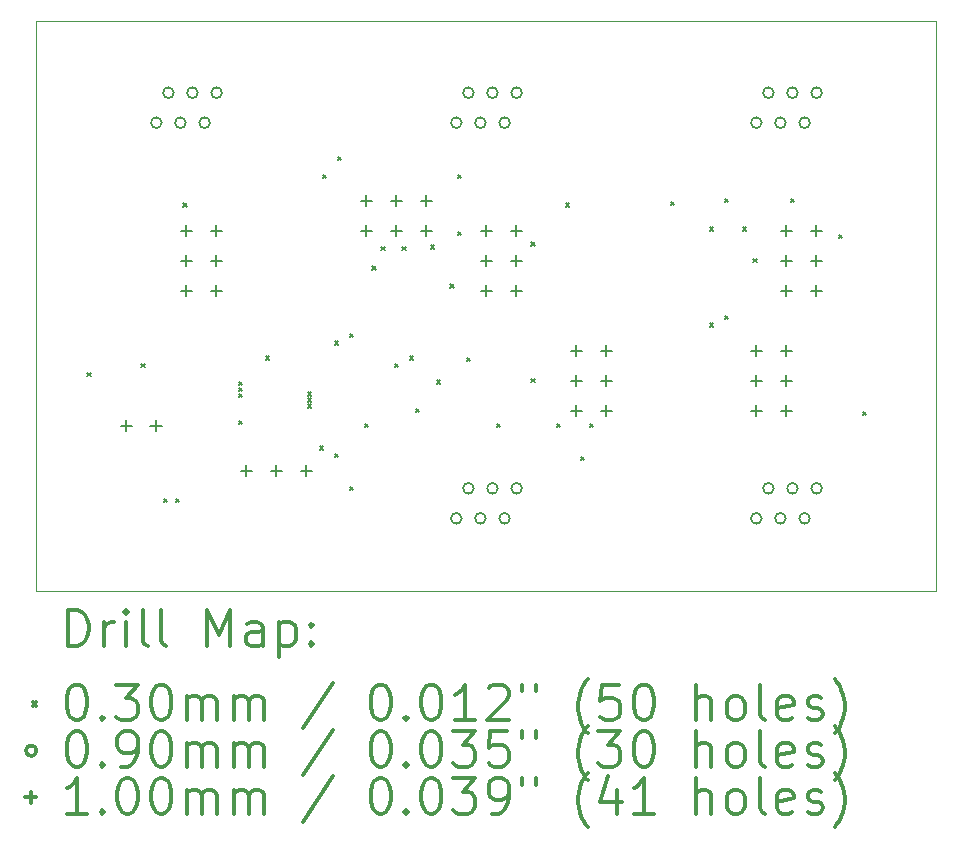
<source format=gbr>
%FSLAX45Y45*%
G04 Gerber Fmt 4.5, Leading zero omitted, Abs format (unit mm)*
G04 Created by KiCad (PCBNEW 4.0.4-stable) date 01/17/17 23:30:22*
%MOMM*%
%LPD*%
G01*
G04 APERTURE LIST*
%ADD10C,0.127000*%
%ADD11C,0.005000*%
%ADD12C,0.200000*%
%ADD13C,0.300000*%
G04 APERTURE END LIST*
D10*
D11*
X7620000Y-4826000D02*
X0Y-4826000D01*
X7620000Y0D02*
X0Y0D01*
X7620000Y0D02*
X7620000Y-4826000D01*
X0Y0D02*
X0Y-4826000D01*
D12*
X429500Y-2982200D02*
X459500Y-3012200D01*
X459500Y-2982200D02*
X429500Y-3012200D01*
X886700Y-2906000D02*
X916700Y-2936000D01*
X916700Y-2906000D02*
X886700Y-2936000D01*
X1077200Y-4049000D02*
X1107200Y-4079000D01*
X1107200Y-4049000D02*
X1077200Y-4079000D01*
X1178800Y-4049000D02*
X1208800Y-4079000D01*
X1208800Y-4049000D02*
X1178800Y-4079000D01*
X1242300Y-1547100D02*
X1272300Y-1577100D01*
X1272300Y-1547100D02*
X1242300Y-1577100D01*
X1712200Y-3058400D02*
X1742200Y-3088400D01*
X1742200Y-3058400D02*
X1712200Y-3088400D01*
X1712200Y-3109200D02*
X1742200Y-3139200D01*
X1742200Y-3109200D02*
X1712200Y-3139200D01*
X1712200Y-3160000D02*
X1742200Y-3190000D01*
X1742200Y-3160000D02*
X1712200Y-3190000D01*
X1712200Y-3388600D02*
X1742200Y-3418600D01*
X1742200Y-3388600D02*
X1712200Y-3418600D01*
X1940800Y-2842500D02*
X1970800Y-2872500D01*
X1970800Y-2842500D02*
X1940800Y-2872500D01*
X2296400Y-3147300D02*
X2326400Y-3177300D01*
X2326400Y-3147300D02*
X2296400Y-3177300D01*
X2296400Y-3198100D02*
X2326400Y-3228100D01*
X2326400Y-3198100D02*
X2296400Y-3228100D01*
X2296400Y-3248900D02*
X2326400Y-3278900D01*
X2326400Y-3248900D02*
X2296400Y-3278900D01*
X2398000Y-3604500D02*
X2428000Y-3634500D01*
X2428000Y-3604500D02*
X2398000Y-3634500D01*
X2423400Y-1305800D02*
X2453400Y-1335800D01*
X2453400Y-1305800D02*
X2423400Y-1335800D01*
X2525000Y-2715500D02*
X2555000Y-2745500D01*
X2555000Y-2715500D02*
X2525000Y-2745500D01*
X2525000Y-3668000D02*
X2555000Y-3698000D01*
X2555000Y-3668000D02*
X2525000Y-3698000D01*
X2550400Y-1153400D02*
X2580400Y-1183400D01*
X2580400Y-1153400D02*
X2550400Y-1183400D01*
X2652000Y-2652000D02*
X2682000Y-2682000D01*
X2682000Y-2652000D02*
X2652000Y-2682000D01*
X2652000Y-3947400D02*
X2682000Y-3977400D01*
X2682000Y-3947400D02*
X2652000Y-3977400D01*
X2779000Y-3414000D02*
X2809000Y-3444000D01*
X2809000Y-3414000D02*
X2779000Y-3444000D01*
X2842500Y-2080500D02*
X2872500Y-2110500D01*
X2872500Y-2080500D02*
X2842500Y-2110500D01*
X2918700Y-1915400D02*
X2948700Y-1945400D01*
X2948700Y-1915400D02*
X2918700Y-1945400D01*
X3033000Y-2906000D02*
X3063000Y-2936000D01*
X3063000Y-2906000D02*
X3033000Y-2936000D01*
X3096500Y-1915400D02*
X3126500Y-1945400D01*
X3126500Y-1915400D02*
X3096500Y-1945400D01*
X3160000Y-2842500D02*
X3190000Y-2872500D01*
X3190000Y-2842500D02*
X3160000Y-2872500D01*
X3210800Y-3287000D02*
X3240800Y-3317000D01*
X3240800Y-3287000D02*
X3210800Y-3317000D01*
X3337800Y-1902700D02*
X3367800Y-1932700D01*
X3367800Y-1902700D02*
X3337800Y-1932700D01*
X3388600Y-3045700D02*
X3418600Y-3075700D01*
X3418600Y-3045700D02*
X3388600Y-3075700D01*
X3502900Y-2232900D02*
X3532900Y-2262900D01*
X3532900Y-2232900D02*
X3502900Y-2262900D01*
X3566400Y-1305800D02*
X3596400Y-1335800D01*
X3596400Y-1305800D02*
X3566400Y-1335800D01*
X3566400Y-1788400D02*
X3596400Y-1818400D01*
X3596400Y-1788400D02*
X3566400Y-1818400D01*
X3642600Y-2855200D02*
X3672600Y-2885200D01*
X3672600Y-2855200D02*
X3642600Y-2885200D01*
X3896600Y-3414000D02*
X3926600Y-3444000D01*
X3926600Y-3414000D02*
X3896600Y-3444000D01*
X4188700Y-1877300D02*
X4218700Y-1907300D01*
X4218700Y-1877300D02*
X4188700Y-1907300D01*
X4188700Y-3033000D02*
X4218700Y-3063000D01*
X4218700Y-3033000D02*
X4188700Y-3063000D01*
X4404600Y-3414000D02*
X4434600Y-3444000D01*
X4434600Y-3414000D02*
X4404600Y-3444000D01*
X4480800Y-1547100D02*
X4510800Y-1577100D01*
X4510800Y-1547100D02*
X4480800Y-1577100D01*
X4607800Y-3693400D02*
X4637800Y-3723400D01*
X4637800Y-3693400D02*
X4607800Y-3723400D01*
X4684000Y-3414000D02*
X4714000Y-3444000D01*
X4714000Y-3414000D02*
X4684000Y-3444000D01*
X5369800Y-1534400D02*
X5399800Y-1564400D01*
X5399800Y-1534400D02*
X5369800Y-1564400D01*
X5700000Y-1750300D02*
X5730000Y-1780300D01*
X5730000Y-1750300D02*
X5700000Y-1780300D01*
X5700000Y-2563100D02*
X5730000Y-2593100D01*
X5730000Y-2563100D02*
X5700000Y-2593100D01*
X5827000Y-1509000D02*
X5857000Y-1539000D01*
X5857000Y-1509000D02*
X5827000Y-1539000D01*
X5827000Y-2499600D02*
X5857000Y-2529600D01*
X5857000Y-2499600D02*
X5827000Y-2529600D01*
X5979400Y-1750300D02*
X6009400Y-1780300D01*
X6009400Y-1750300D02*
X5979400Y-1780300D01*
X6068300Y-2017000D02*
X6098300Y-2047000D01*
X6098300Y-2017000D02*
X6068300Y-2047000D01*
X6385800Y-1509000D02*
X6415800Y-1539000D01*
X6415800Y-1509000D02*
X6385800Y-1539000D01*
X6792200Y-1813800D02*
X6822200Y-1843800D01*
X6822200Y-1813800D02*
X6792200Y-1843800D01*
X6995400Y-3312400D02*
X7025400Y-3342400D01*
X7025400Y-3312400D02*
X6995400Y-3342400D01*
X1060000Y-865000D02*
G75*
G03X1060000Y-865000I-45000J0D01*
G01*
X1162000Y-611000D02*
G75*
G03X1162000Y-611000I-45000J0D01*
G01*
X1264000Y-865000D02*
G75*
G03X1264000Y-865000I-45000J0D01*
G01*
X1366000Y-611000D02*
G75*
G03X1366000Y-611000I-45000J0D01*
G01*
X1468000Y-865000D02*
G75*
G03X1468000Y-865000I-45000J0D01*
G01*
X1570000Y-611000D02*
G75*
G03X1570000Y-611000I-45000J0D01*
G01*
X3600000Y-865000D02*
G75*
G03X3600000Y-865000I-45000J0D01*
G01*
X3600000Y-4215000D02*
G75*
G03X3600000Y-4215000I-45000J0D01*
G01*
X3702000Y-611000D02*
G75*
G03X3702000Y-611000I-45000J0D01*
G01*
X3702000Y-3961000D02*
G75*
G03X3702000Y-3961000I-45000J0D01*
G01*
X3804000Y-865000D02*
G75*
G03X3804000Y-865000I-45000J0D01*
G01*
X3804000Y-4215000D02*
G75*
G03X3804000Y-4215000I-45000J0D01*
G01*
X3906000Y-611000D02*
G75*
G03X3906000Y-611000I-45000J0D01*
G01*
X3906000Y-3961000D02*
G75*
G03X3906000Y-3961000I-45000J0D01*
G01*
X4008000Y-865000D02*
G75*
G03X4008000Y-865000I-45000J0D01*
G01*
X4008000Y-4215000D02*
G75*
G03X4008000Y-4215000I-45000J0D01*
G01*
X4110000Y-611000D02*
G75*
G03X4110000Y-611000I-45000J0D01*
G01*
X4110000Y-3961000D02*
G75*
G03X4110000Y-3961000I-45000J0D01*
G01*
X6140000Y-865000D02*
G75*
G03X6140000Y-865000I-45000J0D01*
G01*
X6140000Y-4215000D02*
G75*
G03X6140000Y-4215000I-45000J0D01*
G01*
X6242000Y-611000D02*
G75*
G03X6242000Y-611000I-45000J0D01*
G01*
X6242000Y-3961000D02*
G75*
G03X6242000Y-3961000I-45000J0D01*
G01*
X6344000Y-865000D02*
G75*
G03X6344000Y-865000I-45000J0D01*
G01*
X6344000Y-4215000D02*
G75*
G03X6344000Y-4215000I-45000J0D01*
G01*
X6446000Y-611000D02*
G75*
G03X6446000Y-611000I-45000J0D01*
G01*
X6446000Y-3961000D02*
G75*
G03X6446000Y-3961000I-45000J0D01*
G01*
X6548000Y-865000D02*
G75*
G03X6548000Y-865000I-45000J0D01*
G01*
X6548000Y-4215000D02*
G75*
G03X6548000Y-4215000I-45000J0D01*
G01*
X6650000Y-611000D02*
G75*
G03X6650000Y-611000I-45000J0D01*
G01*
X6650000Y-3961000D02*
G75*
G03X6650000Y-3961000I-45000J0D01*
G01*
X762000Y-3379000D02*
X762000Y-3479000D01*
X712000Y-3429000D02*
X812000Y-3429000D01*
X1012000Y-3379000D02*
X1012000Y-3479000D01*
X962000Y-3429000D02*
X1062000Y-3429000D01*
X1270000Y-1728000D02*
X1270000Y-1828000D01*
X1220000Y-1778000D02*
X1320000Y-1778000D01*
X1270000Y-1982000D02*
X1270000Y-2082000D01*
X1220000Y-2032000D02*
X1320000Y-2032000D01*
X1270000Y-2236000D02*
X1270000Y-2336000D01*
X1220000Y-2286000D02*
X1320000Y-2286000D01*
X1524000Y-1728000D02*
X1524000Y-1828000D01*
X1474000Y-1778000D02*
X1574000Y-1778000D01*
X1524000Y-1982000D02*
X1524000Y-2082000D01*
X1474000Y-2032000D02*
X1574000Y-2032000D01*
X1524000Y-2236000D02*
X1524000Y-2336000D01*
X1474000Y-2286000D02*
X1574000Y-2286000D01*
X1778000Y-3760000D02*
X1778000Y-3860000D01*
X1728000Y-3810000D02*
X1828000Y-3810000D01*
X2032000Y-3760000D02*
X2032000Y-3860000D01*
X1982000Y-3810000D02*
X2082000Y-3810000D01*
X2286000Y-3760000D02*
X2286000Y-3860000D01*
X2236000Y-3810000D02*
X2336000Y-3810000D01*
X2794000Y-1474000D02*
X2794000Y-1574000D01*
X2744000Y-1524000D02*
X2844000Y-1524000D01*
X2794000Y-1728000D02*
X2794000Y-1828000D01*
X2744000Y-1778000D02*
X2844000Y-1778000D01*
X3048000Y-1474000D02*
X3048000Y-1574000D01*
X2998000Y-1524000D02*
X3098000Y-1524000D01*
X3048000Y-1728000D02*
X3048000Y-1828000D01*
X2998000Y-1778000D02*
X3098000Y-1778000D01*
X3302000Y-1474000D02*
X3302000Y-1574000D01*
X3252000Y-1524000D02*
X3352000Y-1524000D01*
X3302000Y-1728000D02*
X3302000Y-1828000D01*
X3252000Y-1778000D02*
X3352000Y-1778000D01*
X3810000Y-1728000D02*
X3810000Y-1828000D01*
X3760000Y-1778000D02*
X3860000Y-1778000D01*
X3810000Y-1982000D02*
X3810000Y-2082000D01*
X3760000Y-2032000D02*
X3860000Y-2032000D01*
X3810000Y-2236000D02*
X3810000Y-2336000D01*
X3760000Y-2286000D02*
X3860000Y-2286000D01*
X4064000Y-1728000D02*
X4064000Y-1828000D01*
X4014000Y-1778000D02*
X4114000Y-1778000D01*
X4064000Y-1982000D02*
X4064000Y-2082000D01*
X4014000Y-2032000D02*
X4114000Y-2032000D01*
X4064000Y-2236000D02*
X4064000Y-2336000D01*
X4014000Y-2286000D02*
X4114000Y-2286000D01*
X4572000Y-2744000D02*
X4572000Y-2844000D01*
X4522000Y-2794000D02*
X4622000Y-2794000D01*
X4572000Y-2998000D02*
X4572000Y-3098000D01*
X4522000Y-3048000D02*
X4622000Y-3048000D01*
X4572000Y-3252000D02*
X4572000Y-3352000D01*
X4522000Y-3302000D02*
X4622000Y-3302000D01*
X4826000Y-2744000D02*
X4826000Y-2844000D01*
X4776000Y-2794000D02*
X4876000Y-2794000D01*
X4826000Y-2998000D02*
X4826000Y-3098000D01*
X4776000Y-3048000D02*
X4876000Y-3048000D01*
X4826000Y-3252000D02*
X4826000Y-3352000D01*
X4776000Y-3302000D02*
X4876000Y-3302000D01*
X6096000Y-2744000D02*
X6096000Y-2844000D01*
X6046000Y-2794000D02*
X6146000Y-2794000D01*
X6096000Y-2998000D02*
X6096000Y-3098000D01*
X6046000Y-3048000D02*
X6146000Y-3048000D01*
X6096000Y-3252000D02*
X6096000Y-3352000D01*
X6046000Y-3302000D02*
X6146000Y-3302000D01*
X6350000Y-1728000D02*
X6350000Y-1828000D01*
X6300000Y-1778000D02*
X6400000Y-1778000D01*
X6350000Y-1982000D02*
X6350000Y-2082000D01*
X6300000Y-2032000D02*
X6400000Y-2032000D01*
X6350000Y-2236000D02*
X6350000Y-2336000D01*
X6300000Y-2286000D02*
X6400000Y-2286000D01*
X6350000Y-2744000D02*
X6350000Y-2844000D01*
X6300000Y-2794000D02*
X6400000Y-2794000D01*
X6350000Y-2998000D02*
X6350000Y-3098000D01*
X6300000Y-3048000D02*
X6400000Y-3048000D01*
X6350000Y-3252000D02*
X6350000Y-3352000D01*
X6300000Y-3302000D02*
X6400000Y-3302000D01*
X6604000Y-1728000D02*
X6604000Y-1828000D01*
X6554000Y-1778000D02*
X6654000Y-1778000D01*
X6604000Y-1982000D02*
X6604000Y-2082000D01*
X6554000Y-2032000D02*
X6654000Y-2032000D01*
X6604000Y-2236000D02*
X6604000Y-2336000D01*
X6554000Y-2286000D02*
X6654000Y-2286000D01*
D13*
X271179Y-5291964D02*
X271179Y-4991964D01*
X342607Y-4991964D01*
X385464Y-5006250D01*
X414036Y-5034822D01*
X428321Y-5063393D01*
X442607Y-5120536D01*
X442607Y-5163393D01*
X428321Y-5220536D01*
X414036Y-5249107D01*
X385464Y-5277679D01*
X342607Y-5291964D01*
X271179Y-5291964D01*
X571179Y-5291964D02*
X571179Y-5091964D01*
X571179Y-5149107D02*
X585464Y-5120536D01*
X599750Y-5106250D01*
X628321Y-5091964D01*
X656893Y-5091964D01*
X756893Y-5291964D02*
X756893Y-5091964D01*
X756893Y-4991964D02*
X742607Y-5006250D01*
X756893Y-5020536D01*
X771178Y-5006250D01*
X756893Y-4991964D01*
X756893Y-5020536D01*
X942607Y-5291964D02*
X914036Y-5277679D01*
X899750Y-5249107D01*
X899750Y-4991964D01*
X1099750Y-5291964D02*
X1071179Y-5277679D01*
X1056893Y-5249107D01*
X1056893Y-4991964D01*
X1442607Y-5291964D02*
X1442607Y-4991964D01*
X1542607Y-5206250D01*
X1642607Y-4991964D01*
X1642607Y-5291964D01*
X1914036Y-5291964D02*
X1914036Y-5134822D01*
X1899750Y-5106250D01*
X1871178Y-5091964D01*
X1814036Y-5091964D01*
X1785464Y-5106250D01*
X1914036Y-5277679D02*
X1885464Y-5291964D01*
X1814036Y-5291964D01*
X1785464Y-5277679D01*
X1771178Y-5249107D01*
X1771178Y-5220536D01*
X1785464Y-5191964D01*
X1814036Y-5177679D01*
X1885464Y-5177679D01*
X1914036Y-5163393D01*
X2056893Y-5091964D02*
X2056893Y-5391964D01*
X2056893Y-5106250D02*
X2085464Y-5091964D01*
X2142607Y-5091964D01*
X2171179Y-5106250D01*
X2185464Y-5120536D01*
X2199750Y-5149107D01*
X2199750Y-5234822D01*
X2185464Y-5263393D01*
X2171179Y-5277679D01*
X2142607Y-5291964D01*
X2085464Y-5291964D01*
X2056893Y-5277679D01*
X2328321Y-5263393D02*
X2342607Y-5277679D01*
X2328321Y-5291964D01*
X2314036Y-5277679D01*
X2328321Y-5263393D01*
X2328321Y-5291964D01*
X2328321Y-5106250D02*
X2342607Y-5120536D01*
X2328321Y-5134822D01*
X2314036Y-5120536D01*
X2328321Y-5106250D01*
X2328321Y-5134822D01*
X-30250Y-5771250D02*
X-250Y-5801250D01*
X-250Y-5771250D02*
X-30250Y-5801250D01*
X328321Y-5621964D02*
X356893Y-5621964D01*
X385464Y-5636250D01*
X399750Y-5650536D01*
X414036Y-5679107D01*
X428321Y-5736250D01*
X428321Y-5807679D01*
X414036Y-5864821D01*
X399750Y-5893393D01*
X385464Y-5907679D01*
X356893Y-5921964D01*
X328321Y-5921964D01*
X299750Y-5907679D01*
X285464Y-5893393D01*
X271179Y-5864821D01*
X256893Y-5807679D01*
X256893Y-5736250D01*
X271179Y-5679107D01*
X285464Y-5650536D01*
X299750Y-5636250D01*
X328321Y-5621964D01*
X556893Y-5893393D02*
X571179Y-5907679D01*
X556893Y-5921964D01*
X542607Y-5907679D01*
X556893Y-5893393D01*
X556893Y-5921964D01*
X671178Y-5621964D02*
X856893Y-5621964D01*
X756893Y-5736250D01*
X799750Y-5736250D01*
X828321Y-5750536D01*
X842607Y-5764821D01*
X856893Y-5793393D01*
X856893Y-5864821D01*
X842607Y-5893393D01*
X828321Y-5907679D01*
X799750Y-5921964D01*
X714036Y-5921964D01*
X685464Y-5907679D01*
X671178Y-5893393D01*
X1042607Y-5621964D02*
X1071179Y-5621964D01*
X1099750Y-5636250D01*
X1114036Y-5650536D01*
X1128321Y-5679107D01*
X1142607Y-5736250D01*
X1142607Y-5807679D01*
X1128321Y-5864821D01*
X1114036Y-5893393D01*
X1099750Y-5907679D01*
X1071179Y-5921964D01*
X1042607Y-5921964D01*
X1014036Y-5907679D01*
X999750Y-5893393D01*
X985464Y-5864821D01*
X971178Y-5807679D01*
X971178Y-5736250D01*
X985464Y-5679107D01*
X999750Y-5650536D01*
X1014036Y-5636250D01*
X1042607Y-5621964D01*
X1271179Y-5921964D02*
X1271179Y-5721964D01*
X1271179Y-5750536D02*
X1285464Y-5736250D01*
X1314036Y-5721964D01*
X1356893Y-5721964D01*
X1385464Y-5736250D01*
X1399750Y-5764821D01*
X1399750Y-5921964D01*
X1399750Y-5764821D02*
X1414036Y-5736250D01*
X1442607Y-5721964D01*
X1485464Y-5721964D01*
X1514036Y-5736250D01*
X1528321Y-5764821D01*
X1528321Y-5921964D01*
X1671178Y-5921964D02*
X1671178Y-5721964D01*
X1671178Y-5750536D02*
X1685464Y-5736250D01*
X1714036Y-5721964D01*
X1756893Y-5721964D01*
X1785464Y-5736250D01*
X1799750Y-5764821D01*
X1799750Y-5921964D01*
X1799750Y-5764821D02*
X1814036Y-5736250D01*
X1842607Y-5721964D01*
X1885464Y-5721964D01*
X1914036Y-5736250D01*
X1928321Y-5764821D01*
X1928321Y-5921964D01*
X2514036Y-5607679D02*
X2256893Y-5993393D01*
X2899750Y-5621964D02*
X2928321Y-5621964D01*
X2956893Y-5636250D01*
X2971178Y-5650536D01*
X2985464Y-5679107D01*
X2999750Y-5736250D01*
X2999750Y-5807679D01*
X2985464Y-5864821D01*
X2971178Y-5893393D01*
X2956893Y-5907679D01*
X2928321Y-5921964D01*
X2899750Y-5921964D01*
X2871178Y-5907679D01*
X2856893Y-5893393D01*
X2842607Y-5864821D01*
X2828321Y-5807679D01*
X2828321Y-5736250D01*
X2842607Y-5679107D01*
X2856893Y-5650536D01*
X2871178Y-5636250D01*
X2899750Y-5621964D01*
X3128321Y-5893393D02*
X3142607Y-5907679D01*
X3128321Y-5921964D01*
X3114036Y-5907679D01*
X3128321Y-5893393D01*
X3128321Y-5921964D01*
X3328321Y-5621964D02*
X3356893Y-5621964D01*
X3385464Y-5636250D01*
X3399750Y-5650536D01*
X3414035Y-5679107D01*
X3428321Y-5736250D01*
X3428321Y-5807679D01*
X3414035Y-5864821D01*
X3399750Y-5893393D01*
X3385464Y-5907679D01*
X3356893Y-5921964D01*
X3328321Y-5921964D01*
X3299750Y-5907679D01*
X3285464Y-5893393D01*
X3271178Y-5864821D01*
X3256893Y-5807679D01*
X3256893Y-5736250D01*
X3271178Y-5679107D01*
X3285464Y-5650536D01*
X3299750Y-5636250D01*
X3328321Y-5621964D01*
X3714035Y-5921964D02*
X3542607Y-5921964D01*
X3628321Y-5921964D02*
X3628321Y-5621964D01*
X3599750Y-5664821D01*
X3571178Y-5693393D01*
X3542607Y-5707679D01*
X3828321Y-5650536D02*
X3842607Y-5636250D01*
X3871178Y-5621964D01*
X3942607Y-5621964D01*
X3971178Y-5636250D01*
X3985464Y-5650536D01*
X3999750Y-5679107D01*
X3999750Y-5707679D01*
X3985464Y-5750536D01*
X3814035Y-5921964D01*
X3999750Y-5921964D01*
X4114036Y-5621964D02*
X4114036Y-5679107D01*
X4228321Y-5621964D02*
X4228321Y-5679107D01*
X4671178Y-6036250D02*
X4656893Y-6021964D01*
X4628321Y-5979107D01*
X4614036Y-5950536D01*
X4599750Y-5907679D01*
X4585464Y-5836250D01*
X4585464Y-5779107D01*
X4599750Y-5707679D01*
X4614036Y-5664821D01*
X4628321Y-5636250D01*
X4656893Y-5593393D01*
X4671178Y-5579107D01*
X4928321Y-5621964D02*
X4785464Y-5621964D01*
X4771178Y-5764821D01*
X4785464Y-5750536D01*
X4814036Y-5736250D01*
X4885464Y-5736250D01*
X4914036Y-5750536D01*
X4928321Y-5764821D01*
X4942607Y-5793393D01*
X4942607Y-5864821D01*
X4928321Y-5893393D01*
X4914036Y-5907679D01*
X4885464Y-5921964D01*
X4814036Y-5921964D01*
X4785464Y-5907679D01*
X4771178Y-5893393D01*
X5128321Y-5621964D02*
X5156893Y-5621964D01*
X5185464Y-5636250D01*
X5199750Y-5650536D01*
X5214036Y-5679107D01*
X5228321Y-5736250D01*
X5228321Y-5807679D01*
X5214036Y-5864821D01*
X5199750Y-5893393D01*
X5185464Y-5907679D01*
X5156893Y-5921964D01*
X5128321Y-5921964D01*
X5099750Y-5907679D01*
X5085464Y-5893393D01*
X5071178Y-5864821D01*
X5056893Y-5807679D01*
X5056893Y-5736250D01*
X5071178Y-5679107D01*
X5085464Y-5650536D01*
X5099750Y-5636250D01*
X5128321Y-5621964D01*
X5585464Y-5921964D02*
X5585464Y-5621964D01*
X5714035Y-5921964D02*
X5714035Y-5764821D01*
X5699750Y-5736250D01*
X5671178Y-5721964D01*
X5628321Y-5721964D01*
X5599750Y-5736250D01*
X5585464Y-5750536D01*
X5899750Y-5921964D02*
X5871178Y-5907679D01*
X5856893Y-5893393D01*
X5842607Y-5864821D01*
X5842607Y-5779107D01*
X5856893Y-5750536D01*
X5871178Y-5736250D01*
X5899750Y-5721964D01*
X5942607Y-5721964D01*
X5971178Y-5736250D01*
X5985464Y-5750536D01*
X5999750Y-5779107D01*
X5999750Y-5864821D01*
X5985464Y-5893393D01*
X5971178Y-5907679D01*
X5942607Y-5921964D01*
X5899750Y-5921964D01*
X6171178Y-5921964D02*
X6142607Y-5907679D01*
X6128321Y-5879107D01*
X6128321Y-5621964D01*
X6399750Y-5907679D02*
X6371178Y-5921964D01*
X6314036Y-5921964D01*
X6285464Y-5907679D01*
X6271178Y-5879107D01*
X6271178Y-5764821D01*
X6285464Y-5736250D01*
X6314036Y-5721964D01*
X6371178Y-5721964D01*
X6399750Y-5736250D01*
X6414036Y-5764821D01*
X6414036Y-5793393D01*
X6271178Y-5821964D01*
X6528321Y-5907679D02*
X6556893Y-5921964D01*
X6614036Y-5921964D01*
X6642607Y-5907679D01*
X6656893Y-5879107D01*
X6656893Y-5864821D01*
X6642607Y-5836250D01*
X6614036Y-5821964D01*
X6571178Y-5821964D01*
X6542607Y-5807679D01*
X6528321Y-5779107D01*
X6528321Y-5764821D01*
X6542607Y-5736250D01*
X6571178Y-5721964D01*
X6614036Y-5721964D01*
X6642607Y-5736250D01*
X6756893Y-6036250D02*
X6771178Y-6021964D01*
X6799750Y-5979107D01*
X6814036Y-5950536D01*
X6828321Y-5907679D01*
X6842607Y-5836250D01*
X6842607Y-5779107D01*
X6828321Y-5707679D01*
X6814036Y-5664821D01*
X6799750Y-5636250D01*
X6771178Y-5593393D01*
X6756893Y-5579107D01*
X-250Y-6182250D02*
G75*
G03X-250Y-6182250I-45000J0D01*
G01*
X328321Y-6017964D02*
X356893Y-6017964D01*
X385464Y-6032250D01*
X399750Y-6046536D01*
X414036Y-6075107D01*
X428321Y-6132250D01*
X428321Y-6203679D01*
X414036Y-6260821D01*
X399750Y-6289393D01*
X385464Y-6303679D01*
X356893Y-6317964D01*
X328321Y-6317964D01*
X299750Y-6303679D01*
X285464Y-6289393D01*
X271179Y-6260821D01*
X256893Y-6203679D01*
X256893Y-6132250D01*
X271179Y-6075107D01*
X285464Y-6046536D01*
X299750Y-6032250D01*
X328321Y-6017964D01*
X556893Y-6289393D02*
X571179Y-6303679D01*
X556893Y-6317964D01*
X542607Y-6303679D01*
X556893Y-6289393D01*
X556893Y-6317964D01*
X714036Y-6317964D02*
X771178Y-6317964D01*
X799750Y-6303679D01*
X814036Y-6289393D01*
X842607Y-6246536D01*
X856893Y-6189393D01*
X856893Y-6075107D01*
X842607Y-6046536D01*
X828321Y-6032250D01*
X799750Y-6017964D01*
X742607Y-6017964D01*
X714036Y-6032250D01*
X699750Y-6046536D01*
X685464Y-6075107D01*
X685464Y-6146536D01*
X699750Y-6175107D01*
X714036Y-6189393D01*
X742607Y-6203679D01*
X799750Y-6203679D01*
X828321Y-6189393D01*
X842607Y-6175107D01*
X856893Y-6146536D01*
X1042607Y-6017964D02*
X1071179Y-6017964D01*
X1099750Y-6032250D01*
X1114036Y-6046536D01*
X1128321Y-6075107D01*
X1142607Y-6132250D01*
X1142607Y-6203679D01*
X1128321Y-6260821D01*
X1114036Y-6289393D01*
X1099750Y-6303679D01*
X1071179Y-6317964D01*
X1042607Y-6317964D01*
X1014036Y-6303679D01*
X999750Y-6289393D01*
X985464Y-6260821D01*
X971178Y-6203679D01*
X971178Y-6132250D01*
X985464Y-6075107D01*
X999750Y-6046536D01*
X1014036Y-6032250D01*
X1042607Y-6017964D01*
X1271179Y-6317964D02*
X1271179Y-6117964D01*
X1271179Y-6146536D02*
X1285464Y-6132250D01*
X1314036Y-6117964D01*
X1356893Y-6117964D01*
X1385464Y-6132250D01*
X1399750Y-6160821D01*
X1399750Y-6317964D01*
X1399750Y-6160821D02*
X1414036Y-6132250D01*
X1442607Y-6117964D01*
X1485464Y-6117964D01*
X1514036Y-6132250D01*
X1528321Y-6160821D01*
X1528321Y-6317964D01*
X1671178Y-6317964D02*
X1671178Y-6117964D01*
X1671178Y-6146536D02*
X1685464Y-6132250D01*
X1714036Y-6117964D01*
X1756893Y-6117964D01*
X1785464Y-6132250D01*
X1799750Y-6160821D01*
X1799750Y-6317964D01*
X1799750Y-6160821D02*
X1814036Y-6132250D01*
X1842607Y-6117964D01*
X1885464Y-6117964D01*
X1914036Y-6132250D01*
X1928321Y-6160821D01*
X1928321Y-6317964D01*
X2514036Y-6003679D02*
X2256893Y-6389393D01*
X2899750Y-6017964D02*
X2928321Y-6017964D01*
X2956893Y-6032250D01*
X2971178Y-6046536D01*
X2985464Y-6075107D01*
X2999750Y-6132250D01*
X2999750Y-6203679D01*
X2985464Y-6260821D01*
X2971178Y-6289393D01*
X2956893Y-6303679D01*
X2928321Y-6317964D01*
X2899750Y-6317964D01*
X2871178Y-6303679D01*
X2856893Y-6289393D01*
X2842607Y-6260821D01*
X2828321Y-6203679D01*
X2828321Y-6132250D01*
X2842607Y-6075107D01*
X2856893Y-6046536D01*
X2871178Y-6032250D01*
X2899750Y-6017964D01*
X3128321Y-6289393D02*
X3142607Y-6303679D01*
X3128321Y-6317964D01*
X3114036Y-6303679D01*
X3128321Y-6289393D01*
X3128321Y-6317964D01*
X3328321Y-6017964D02*
X3356893Y-6017964D01*
X3385464Y-6032250D01*
X3399750Y-6046536D01*
X3414035Y-6075107D01*
X3428321Y-6132250D01*
X3428321Y-6203679D01*
X3414035Y-6260821D01*
X3399750Y-6289393D01*
X3385464Y-6303679D01*
X3356893Y-6317964D01*
X3328321Y-6317964D01*
X3299750Y-6303679D01*
X3285464Y-6289393D01*
X3271178Y-6260821D01*
X3256893Y-6203679D01*
X3256893Y-6132250D01*
X3271178Y-6075107D01*
X3285464Y-6046536D01*
X3299750Y-6032250D01*
X3328321Y-6017964D01*
X3528321Y-6017964D02*
X3714035Y-6017964D01*
X3614035Y-6132250D01*
X3656893Y-6132250D01*
X3685464Y-6146536D01*
X3699750Y-6160821D01*
X3714035Y-6189393D01*
X3714035Y-6260821D01*
X3699750Y-6289393D01*
X3685464Y-6303679D01*
X3656893Y-6317964D01*
X3571178Y-6317964D01*
X3542607Y-6303679D01*
X3528321Y-6289393D01*
X3985464Y-6017964D02*
X3842607Y-6017964D01*
X3828321Y-6160821D01*
X3842607Y-6146536D01*
X3871178Y-6132250D01*
X3942607Y-6132250D01*
X3971178Y-6146536D01*
X3985464Y-6160821D01*
X3999750Y-6189393D01*
X3999750Y-6260821D01*
X3985464Y-6289393D01*
X3971178Y-6303679D01*
X3942607Y-6317964D01*
X3871178Y-6317964D01*
X3842607Y-6303679D01*
X3828321Y-6289393D01*
X4114036Y-6017964D02*
X4114036Y-6075107D01*
X4228321Y-6017964D02*
X4228321Y-6075107D01*
X4671178Y-6432250D02*
X4656893Y-6417964D01*
X4628321Y-6375107D01*
X4614036Y-6346536D01*
X4599750Y-6303679D01*
X4585464Y-6232250D01*
X4585464Y-6175107D01*
X4599750Y-6103679D01*
X4614036Y-6060821D01*
X4628321Y-6032250D01*
X4656893Y-5989393D01*
X4671178Y-5975107D01*
X4756893Y-6017964D02*
X4942607Y-6017964D01*
X4842607Y-6132250D01*
X4885464Y-6132250D01*
X4914036Y-6146536D01*
X4928321Y-6160821D01*
X4942607Y-6189393D01*
X4942607Y-6260821D01*
X4928321Y-6289393D01*
X4914036Y-6303679D01*
X4885464Y-6317964D01*
X4799750Y-6317964D01*
X4771178Y-6303679D01*
X4756893Y-6289393D01*
X5128321Y-6017964D02*
X5156893Y-6017964D01*
X5185464Y-6032250D01*
X5199750Y-6046536D01*
X5214036Y-6075107D01*
X5228321Y-6132250D01*
X5228321Y-6203679D01*
X5214036Y-6260821D01*
X5199750Y-6289393D01*
X5185464Y-6303679D01*
X5156893Y-6317964D01*
X5128321Y-6317964D01*
X5099750Y-6303679D01*
X5085464Y-6289393D01*
X5071178Y-6260821D01*
X5056893Y-6203679D01*
X5056893Y-6132250D01*
X5071178Y-6075107D01*
X5085464Y-6046536D01*
X5099750Y-6032250D01*
X5128321Y-6017964D01*
X5585464Y-6317964D02*
X5585464Y-6017964D01*
X5714035Y-6317964D02*
X5714035Y-6160821D01*
X5699750Y-6132250D01*
X5671178Y-6117964D01*
X5628321Y-6117964D01*
X5599750Y-6132250D01*
X5585464Y-6146536D01*
X5899750Y-6317964D02*
X5871178Y-6303679D01*
X5856893Y-6289393D01*
X5842607Y-6260821D01*
X5842607Y-6175107D01*
X5856893Y-6146536D01*
X5871178Y-6132250D01*
X5899750Y-6117964D01*
X5942607Y-6117964D01*
X5971178Y-6132250D01*
X5985464Y-6146536D01*
X5999750Y-6175107D01*
X5999750Y-6260821D01*
X5985464Y-6289393D01*
X5971178Y-6303679D01*
X5942607Y-6317964D01*
X5899750Y-6317964D01*
X6171178Y-6317964D02*
X6142607Y-6303679D01*
X6128321Y-6275107D01*
X6128321Y-6017964D01*
X6399750Y-6303679D02*
X6371178Y-6317964D01*
X6314036Y-6317964D01*
X6285464Y-6303679D01*
X6271178Y-6275107D01*
X6271178Y-6160821D01*
X6285464Y-6132250D01*
X6314036Y-6117964D01*
X6371178Y-6117964D01*
X6399750Y-6132250D01*
X6414036Y-6160821D01*
X6414036Y-6189393D01*
X6271178Y-6217964D01*
X6528321Y-6303679D02*
X6556893Y-6317964D01*
X6614036Y-6317964D01*
X6642607Y-6303679D01*
X6656893Y-6275107D01*
X6656893Y-6260821D01*
X6642607Y-6232250D01*
X6614036Y-6217964D01*
X6571178Y-6217964D01*
X6542607Y-6203679D01*
X6528321Y-6175107D01*
X6528321Y-6160821D01*
X6542607Y-6132250D01*
X6571178Y-6117964D01*
X6614036Y-6117964D01*
X6642607Y-6132250D01*
X6756893Y-6432250D02*
X6771178Y-6417964D01*
X6799750Y-6375107D01*
X6814036Y-6346536D01*
X6828321Y-6303679D01*
X6842607Y-6232250D01*
X6842607Y-6175107D01*
X6828321Y-6103679D01*
X6814036Y-6060821D01*
X6799750Y-6032250D01*
X6771178Y-5989393D01*
X6756893Y-5975107D01*
X-50250Y-6528250D02*
X-50250Y-6628250D01*
X-100250Y-6578250D02*
X-250Y-6578250D01*
X428321Y-6713964D02*
X256893Y-6713964D01*
X342607Y-6713964D02*
X342607Y-6413964D01*
X314036Y-6456821D01*
X285464Y-6485393D01*
X256893Y-6499679D01*
X556893Y-6685393D02*
X571179Y-6699679D01*
X556893Y-6713964D01*
X542607Y-6699679D01*
X556893Y-6685393D01*
X556893Y-6713964D01*
X756893Y-6413964D02*
X785464Y-6413964D01*
X814036Y-6428250D01*
X828321Y-6442536D01*
X842607Y-6471107D01*
X856893Y-6528250D01*
X856893Y-6599679D01*
X842607Y-6656821D01*
X828321Y-6685393D01*
X814036Y-6699679D01*
X785464Y-6713964D01*
X756893Y-6713964D01*
X728321Y-6699679D01*
X714036Y-6685393D01*
X699750Y-6656821D01*
X685464Y-6599679D01*
X685464Y-6528250D01*
X699750Y-6471107D01*
X714036Y-6442536D01*
X728321Y-6428250D01*
X756893Y-6413964D01*
X1042607Y-6413964D02*
X1071179Y-6413964D01*
X1099750Y-6428250D01*
X1114036Y-6442536D01*
X1128321Y-6471107D01*
X1142607Y-6528250D01*
X1142607Y-6599679D01*
X1128321Y-6656821D01*
X1114036Y-6685393D01*
X1099750Y-6699679D01*
X1071179Y-6713964D01*
X1042607Y-6713964D01*
X1014036Y-6699679D01*
X999750Y-6685393D01*
X985464Y-6656821D01*
X971178Y-6599679D01*
X971178Y-6528250D01*
X985464Y-6471107D01*
X999750Y-6442536D01*
X1014036Y-6428250D01*
X1042607Y-6413964D01*
X1271179Y-6713964D02*
X1271179Y-6513964D01*
X1271179Y-6542536D02*
X1285464Y-6528250D01*
X1314036Y-6513964D01*
X1356893Y-6513964D01*
X1385464Y-6528250D01*
X1399750Y-6556821D01*
X1399750Y-6713964D01*
X1399750Y-6556821D02*
X1414036Y-6528250D01*
X1442607Y-6513964D01*
X1485464Y-6513964D01*
X1514036Y-6528250D01*
X1528321Y-6556821D01*
X1528321Y-6713964D01*
X1671178Y-6713964D02*
X1671178Y-6513964D01*
X1671178Y-6542536D02*
X1685464Y-6528250D01*
X1714036Y-6513964D01*
X1756893Y-6513964D01*
X1785464Y-6528250D01*
X1799750Y-6556821D01*
X1799750Y-6713964D01*
X1799750Y-6556821D02*
X1814036Y-6528250D01*
X1842607Y-6513964D01*
X1885464Y-6513964D01*
X1914036Y-6528250D01*
X1928321Y-6556821D01*
X1928321Y-6713964D01*
X2514036Y-6399679D02*
X2256893Y-6785393D01*
X2899750Y-6413964D02*
X2928321Y-6413964D01*
X2956893Y-6428250D01*
X2971178Y-6442536D01*
X2985464Y-6471107D01*
X2999750Y-6528250D01*
X2999750Y-6599679D01*
X2985464Y-6656821D01*
X2971178Y-6685393D01*
X2956893Y-6699679D01*
X2928321Y-6713964D01*
X2899750Y-6713964D01*
X2871178Y-6699679D01*
X2856893Y-6685393D01*
X2842607Y-6656821D01*
X2828321Y-6599679D01*
X2828321Y-6528250D01*
X2842607Y-6471107D01*
X2856893Y-6442536D01*
X2871178Y-6428250D01*
X2899750Y-6413964D01*
X3128321Y-6685393D02*
X3142607Y-6699679D01*
X3128321Y-6713964D01*
X3114036Y-6699679D01*
X3128321Y-6685393D01*
X3128321Y-6713964D01*
X3328321Y-6413964D02*
X3356893Y-6413964D01*
X3385464Y-6428250D01*
X3399750Y-6442536D01*
X3414035Y-6471107D01*
X3428321Y-6528250D01*
X3428321Y-6599679D01*
X3414035Y-6656821D01*
X3399750Y-6685393D01*
X3385464Y-6699679D01*
X3356893Y-6713964D01*
X3328321Y-6713964D01*
X3299750Y-6699679D01*
X3285464Y-6685393D01*
X3271178Y-6656821D01*
X3256893Y-6599679D01*
X3256893Y-6528250D01*
X3271178Y-6471107D01*
X3285464Y-6442536D01*
X3299750Y-6428250D01*
X3328321Y-6413964D01*
X3528321Y-6413964D02*
X3714035Y-6413964D01*
X3614035Y-6528250D01*
X3656893Y-6528250D01*
X3685464Y-6542536D01*
X3699750Y-6556821D01*
X3714035Y-6585393D01*
X3714035Y-6656821D01*
X3699750Y-6685393D01*
X3685464Y-6699679D01*
X3656893Y-6713964D01*
X3571178Y-6713964D01*
X3542607Y-6699679D01*
X3528321Y-6685393D01*
X3856893Y-6713964D02*
X3914035Y-6713964D01*
X3942607Y-6699679D01*
X3956893Y-6685393D01*
X3985464Y-6642536D01*
X3999750Y-6585393D01*
X3999750Y-6471107D01*
X3985464Y-6442536D01*
X3971178Y-6428250D01*
X3942607Y-6413964D01*
X3885464Y-6413964D01*
X3856893Y-6428250D01*
X3842607Y-6442536D01*
X3828321Y-6471107D01*
X3828321Y-6542536D01*
X3842607Y-6571107D01*
X3856893Y-6585393D01*
X3885464Y-6599679D01*
X3942607Y-6599679D01*
X3971178Y-6585393D01*
X3985464Y-6571107D01*
X3999750Y-6542536D01*
X4114036Y-6413964D02*
X4114036Y-6471107D01*
X4228321Y-6413964D02*
X4228321Y-6471107D01*
X4671178Y-6828250D02*
X4656893Y-6813964D01*
X4628321Y-6771107D01*
X4614036Y-6742536D01*
X4599750Y-6699679D01*
X4585464Y-6628250D01*
X4585464Y-6571107D01*
X4599750Y-6499679D01*
X4614036Y-6456821D01*
X4628321Y-6428250D01*
X4656893Y-6385393D01*
X4671178Y-6371107D01*
X4914036Y-6513964D02*
X4914036Y-6713964D01*
X4842607Y-6399679D02*
X4771178Y-6613964D01*
X4956893Y-6613964D01*
X5228321Y-6713964D02*
X5056893Y-6713964D01*
X5142607Y-6713964D02*
X5142607Y-6413964D01*
X5114036Y-6456821D01*
X5085464Y-6485393D01*
X5056893Y-6499679D01*
X5585464Y-6713964D02*
X5585464Y-6413964D01*
X5714035Y-6713964D02*
X5714035Y-6556821D01*
X5699750Y-6528250D01*
X5671178Y-6513964D01*
X5628321Y-6513964D01*
X5599750Y-6528250D01*
X5585464Y-6542536D01*
X5899750Y-6713964D02*
X5871178Y-6699679D01*
X5856893Y-6685393D01*
X5842607Y-6656821D01*
X5842607Y-6571107D01*
X5856893Y-6542536D01*
X5871178Y-6528250D01*
X5899750Y-6513964D01*
X5942607Y-6513964D01*
X5971178Y-6528250D01*
X5985464Y-6542536D01*
X5999750Y-6571107D01*
X5999750Y-6656821D01*
X5985464Y-6685393D01*
X5971178Y-6699679D01*
X5942607Y-6713964D01*
X5899750Y-6713964D01*
X6171178Y-6713964D02*
X6142607Y-6699679D01*
X6128321Y-6671107D01*
X6128321Y-6413964D01*
X6399750Y-6699679D02*
X6371178Y-6713964D01*
X6314036Y-6713964D01*
X6285464Y-6699679D01*
X6271178Y-6671107D01*
X6271178Y-6556821D01*
X6285464Y-6528250D01*
X6314036Y-6513964D01*
X6371178Y-6513964D01*
X6399750Y-6528250D01*
X6414036Y-6556821D01*
X6414036Y-6585393D01*
X6271178Y-6613964D01*
X6528321Y-6699679D02*
X6556893Y-6713964D01*
X6614036Y-6713964D01*
X6642607Y-6699679D01*
X6656893Y-6671107D01*
X6656893Y-6656821D01*
X6642607Y-6628250D01*
X6614036Y-6613964D01*
X6571178Y-6613964D01*
X6542607Y-6599679D01*
X6528321Y-6571107D01*
X6528321Y-6556821D01*
X6542607Y-6528250D01*
X6571178Y-6513964D01*
X6614036Y-6513964D01*
X6642607Y-6528250D01*
X6756893Y-6828250D02*
X6771178Y-6813964D01*
X6799750Y-6771107D01*
X6814036Y-6742536D01*
X6828321Y-6699679D01*
X6842607Y-6628250D01*
X6842607Y-6571107D01*
X6828321Y-6499679D01*
X6814036Y-6456821D01*
X6799750Y-6428250D01*
X6771178Y-6385393D01*
X6756893Y-6371107D01*
M02*

</source>
